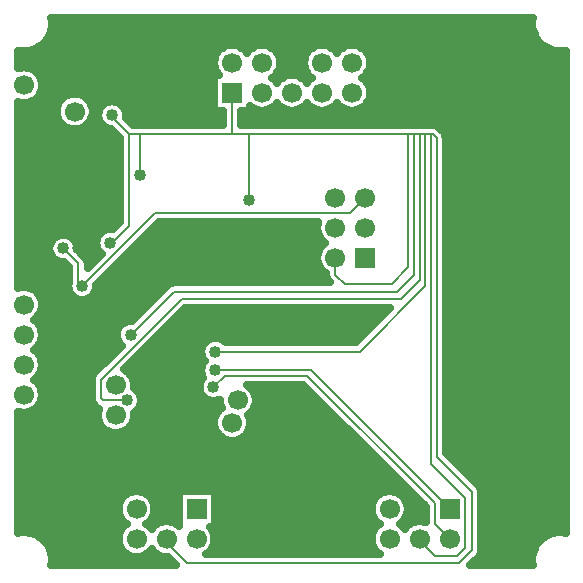
<source format=gbl>
G04 DipTrace 3.0.0.1*
G04 drive-encoder-steven-version2.GBL*
%MOIN*%
G04 #@! TF.FileFunction,Copper,L2,Bot*
G04 #@! TF.Part,Single*
G04 #@! TA.AperFunction,Conductor*
%ADD14C,0.008*%
G04 #@! TA.AperFunction,CopperBalancing*
%ADD15C,0.025*%
G04 #@! TA.AperFunction,ComponentPad*
%ADD19R,0.066929X0.066929*%
%ADD20C,0.066929*%
G04 #@! TA.AperFunction,ViaPad*
%ADD31C,0.04*%
%FSLAX26Y26*%
G04*
G70*
G90*
G75*
G01*
G04 Bottom*
%LPD*%
X669297Y1387873D2*
D14*
X656795D1*
Y1462881D1*
X606790Y1512886D1*
X1613089Y1681597D2*
X1563140Y1631648D1*
X913072D1*
X669297Y1387873D1*
X656795Y1512886D2*
X650545D1*
X644294Y2200458D2*
Y2219210D1*
X2106948Y687799D2*
X2081945D1*
X2075694Y681549D1*
X1376454Y719052D2*
X1350618D1*
X625542Y681549D2*
X638043D1*
X650545Y669047D1*
X819312Y819063D2*
X788059D1*
X1113093Y969079D2*
X1094341D1*
X1106843Y981580D1*
X1113093D1*
X1114064Y1306614D2*
X1094341D1*
X1088091Y1312865D1*
X1050587Y1307100D2*
Y1319115D1*
X1369370Y1212854D2*
Y1231606D1*
X1363119Y1237857D1*
X650545Y1881675D2*
X625542D1*
X1013083Y1956682D2*
X1006832D1*
X994331Y1944181D1*
X1894425Y544045D2*
X1894415D1*
X1844420Y594039D1*
Y662797D1*
X1419375Y1087841D1*
X1144346D1*
X1106843Y1050337D1*
X1894425Y644045D2*
X1431877Y1106593D1*
X1113093D1*
X950587Y544045D2*
Y531522D1*
X1019333Y462776D1*
X1925678D1*
X1969433Y506530D1*
Y700301D1*
X1850671Y819063D1*
Y1881675D1*
X1838169Y1894176D1*
X1831919D1*
X1813167D1*
X1794415D1*
X1775663D1*
X1756911D1*
X1225605D1*
X1169000D1*
Y2031503D1*
X1794425Y544045D2*
Y537773D1*
X1844420Y487778D1*
X1919428D1*
X1944430Y512781D1*
Y681549D1*
X1831919Y794060D1*
Y1894176D1*
X1513089Y1481597D2*
Y1425423D1*
X1544388Y1394123D1*
X1700655D1*
X1756911Y1450379D1*
Y1894176D1*
X769307Y1956682D2*
X763056D1*
X825563Y1894176D1*
X863067D1*
X1169000D1*
X863067Y1756661D2*
Y1894176D1*
X763056Y1531638D2*
Y1525387D1*
X825563Y1587894D1*
Y1894176D1*
X1113093Y1169100D2*
X1594394D1*
X1813167Y1387873D1*
Y1894176D1*
X819328Y1006598D2*
X738038D1*
X731803Y1012833D1*
Y1075340D1*
X1000581Y1344118D1*
X1731908D1*
X1794415Y1406625D1*
Y1894176D1*
X1225605Y1675403D2*
Y1894176D1*
X831814Y1225356D2*
X975579Y1369121D1*
X1719407D1*
X1775663Y1425377D1*
Y1894176D1*
D31*
X669297Y1387873D3*
X606790Y1512886D3*
X669297Y1387873D3*
X656795Y1512886D3*
X644294Y2200458D3*
X2106948Y687799D3*
X1376454Y719052D3*
X625542Y681549D3*
X819312Y819063D3*
X1113093Y969079D3*
X1114064Y1306614D3*
X1050587Y1307100D3*
X1369370Y1212854D3*
X650545Y1881675D3*
X1013083Y1956682D3*
X1106843Y1050337D3*
X1113093Y1106593D3*
X769307Y1956682D3*
X863067Y1756661D3*
X763056Y1531638D3*
X1113093Y1169100D3*
X819328Y1006598D3*
X1225605Y1675403D3*
X831814Y1225356D3*
X570157Y2256631D2*
D15*
X2167843D1*
X565030Y2231762D2*
X2172970D1*
X551651Y2206894D2*
X2186349D1*
X523185Y2182025D2*
X1134201D1*
X1203799D2*
X1234201D1*
X1303799D2*
X1434201D1*
X1503799D2*
X1534201D1*
X1603799D2*
X2214815D1*
X459025Y2157156D2*
X1112277D1*
X1325723D2*
X1412277D1*
X1625723D2*
X2278975D1*
X459025Y2132287D2*
X1106563D1*
X1331437D2*
X1406563D1*
X1631437D2*
X2278975D1*
X510001Y2107419D2*
X1111593D1*
X1326407D2*
X1411593D1*
X1626407D2*
X2278975D1*
X532121Y2082550D2*
X1106514D1*
X1306143D2*
X1335030D1*
X1402970D2*
X1431857D1*
X1606143D2*
X2278975D1*
X537979Y2057681D2*
X1106514D1*
X1625430D2*
X2278975D1*
X533047Y2032812D2*
X1106514D1*
X1631437D2*
X2278975D1*
X512930Y2007944D2*
X596017D1*
X692570D2*
X1106514D1*
X1626651D2*
X2278975D1*
X459025Y1983075D2*
X583467D1*
X705118D2*
X728537D1*
X810098D2*
X1106514D1*
X1306875D2*
X1331125D1*
X1406875D2*
X1431125D1*
X1506875D2*
X1531125D1*
X1606875D2*
X2278975D1*
X459025Y1958206D2*
X582833D1*
X705753D2*
X720333D1*
X818302D2*
X1136007D1*
X1201993D2*
X2278975D1*
X459025Y1933337D2*
X593722D1*
X694865D2*
X726583D1*
X832022D2*
X1136007D1*
X1201993D2*
X2278975D1*
X459025Y1908469D2*
X765646D1*
X1869522D2*
X2278975D1*
X459025Y1883600D2*
X790499D1*
X1883634D2*
X2278975D1*
X459025Y1858731D2*
X792550D1*
X1883682D2*
X2278975D1*
X459025Y1833862D2*
X792550D1*
X1883682D2*
X2278975D1*
X459025Y1808993D2*
X792550D1*
X1883682D2*
X2278975D1*
X459025Y1784125D2*
X792550D1*
X1883682D2*
X2278975D1*
X459025Y1759256D2*
X792550D1*
X1883682D2*
X2278975D1*
X459025Y1734387D2*
X792550D1*
X1883682D2*
X2278975D1*
X459025Y1709518D2*
X792550D1*
X1883682D2*
X2278975D1*
X459025Y1684650D2*
X792550D1*
X1883682D2*
X2278975D1*
X459025Y1659781D2*
X792550D1*
X1883682D2*
X2278975D1*
X459025Y1634912D2*
X792550D1*
X1883682D2*
X2278975D1*
X459025Y1610043D2*
X792550D1*
X1883682D2*
X2278975D1*
X459025Y1585175D2*
X777218D1*
X912247D2*
X1450753D1*
X1883682D2*
X2278975D1*
X459025Y1560306D2*
X723946D1*
X887345D2*
X1454513D1*
X1883682D2*
X2278975D1*
X459025Y1535437D2*
X563643D1*
X649942D2*
X714230D1*
X862491D2*
X1472335D1*
X1883682D2*
X2278975D1*
X459025Y1510568D2*
X557833D1*
X655753D2*
X719113D1*
X837638D2*
X1458077D1*
X1883682D2*
X2278975D1*
X459025Y1485699D2*
X566573D1*
X679630D2*
X721505D1*
X812735D2*
X1450753D1*
X1883682D2*
X2278975D1*
X459025Y1460831D2*
X613205D1*
X787882D2*
X1454318D1*
X1883682D2*
X2278975D1*
X459025Y1435962D2*
X623799D1*
X763029D2*
X1471701D1*
X1883682D2*
X2278975D1*
X459025Y1411093D2*
X623799D1*
X738175D2*
X1483663D1*
X1883682D2*
X2278975D1*
X459025Y1386224D2*
X620333D1*
X718253D2*
X947042D1*
X1883682D2*
X2278975D1*
X525626Y1361356D2*
X628585D1*
X710001D2*
X922189D1*
X1883682D2*
X2278975D1*
X536661Y1336487D2*
X897335D1*
X1883682D2*
X2278975D1*
X536125Y1311618D2*
X872433D1*
X1013711D2*
X1691281D1*
X1883682D2*
X2278975D1*
X523722Y1286749D2*
X847579D1*
X988858D2*
X1666427D1*
X1883682D2*
X2278975D1*
X525235Y1261881D2*
X800558D1*
X963957D2*
X1641525D1*
X1883682D2*
X2278975D1*
X536514Y1237012D2*
X784298D1*
X939102D2*
X1616671D1*
X1883682D2*
X2278975D1*
X536270Y1212143D2*
X784738D1*
X914249D2*
X1092990D1*
X1133194D2*
X1591818D1*
X1883682D2*
X2278975D1*
X524161Y1187274D2*
X798117D1*
X889395D2*
X1067794D1*
X1883682D2*
X2278975D1*
X524795Y1162406D2*
X773214D1*
X864493D2*
X1064571D1*
X1883682D2*
X2278975D1*
X536417Y1137537D2*
X748361D1*
X839639D2*
X1075899D1*
X1883682D2*
X2278975D1*
X536369Y1112668D2*
X723507D1*
X814786D2*
X1064474D1*
X1883682D2*
X2278975D1*
X524551Y1087799D2*
X701486D1*
X835490D2*
X1068038D1*
X1883682D2*
X2278975D1*
X524406Y1062930D2*
X698799D1*
X843937D2*
X1059591D1*
X1883682D2*
X2278975D1*
X536319Y1038062D2*
X698799D1*
X856046D2*
X1059493D1*
X1241642D2*
X1423507D1*
X1883682D2*
X2278975D1*
X536466Y1013193D2*
X698799D1*
X867862D2*
X1076387D1*
X1250186D2*
X1448409D1*
X1883682D2*
X2278975D1*
X524991Y988324D2*
X710665D1*
X864591D2*
X1128487D1*
X1247697D2*
X1473262D1*
X1883682D2*
X2278975D1*
X459025Y963455D2*
X719747D1*
X843887D2*
X1116085D1*
X1232266D2*
X1498117D1*
X1883682D2*
X2278975D1*
X459025Y938587D2*
X722091D1*
X841495D2*
X1107295D1*
X1231387D2*
X1523018D1*
X1883682D2*
X2278975D1*
X459025Y913718D2*
X737374D1*
X826261D2*
X1109591D1*
X1229093D2*
X1547873D1*
X1883682D2*
X2278975D1*
X459025Y888849D2*
X1124777D1*
X1213907D2*
X1572726D1*
X1883682D2*
X2278975D1*
X459025Y863980D2*
X1597579D1*
X1883682D2*
X2278975D1*
X459025Y839112D2*
X1622482D1*
X1883682D2*
X2278975D1*
X459025Y814243D2*
X1647335D1*
X1901114D2*
X2278975D1*
X459025Y789374D2*
X1672189D1*
X1926017D2*
X2278975D1*
X459025Y764505D2*
X1697091D1*
X1950870D2*
X2278975D1*
X459025Y739636D2*
X1721945D1*
X1975723D2*
X2278975D1*
X459025Y714768D2*
X1746798D1*
X1998770D2*
X2278975D1*
X459025Y689899D2*
X809445D1*
X891739D2*
X988106D1*
X1113029D2*
X1653291D1*
X1735587D2*
X1771701D1*
X2002433D2*
X2278975D1*
X459025Y665030D2*
X791915D1*
X909269D2*
X988106D1*
X1113029D2*
X1635762D1*
X1753117D2*
X1796554D1*
X2002433D2*
X2278975D1*
X459025Y640161D2*
X788253D1*
X912930D2*
X988106D1*
X1113029D2*
X1632101D1*
X1756778D2*
X1811398D1*
X2002433D2*
X2278975D1*
X459025Y615293D2*
X795479D1*
X905705D2*
X988106D1*
X1113029D2*
X1639327D1*
X1749551D2*
X1811398D1*
X2002433D2*
X2278975D1*
X459025Y590424D2*
X810079D1*
X891105D2*
X910079D1*
X1113029D2*
X1653927D1*
X1734953D2*
X1753953D1*
X2002433D2*
X2278975D1*
X498379Y565555D2*
X792110D1*
X1109073D2*
X1635958D1*
X2002433D2*
X2239621D1*
X543302Y540686D2*
X788205D1*
X1112979D2*
X1632051D1*
X2002433D2*
X2194698D1*
X561026Y515818D2*
X795186D1*
X1105997D2*
X1639034D1*
X2002433D2*
X2176974D1*
X569034Y490949D2*
X820235D1*
X880949D2*
X920235D1*
X1998135D2*
X2168966D1*
X569913Y466080D2*
X970382D1*
X1974601D2*
X2168087D1*
X567596Y2255483D2*
X565323Y2241126D1*
X560831Y2227302D1*
X554232Y2214350D1*
X545688Y2202592D1*
X535409Y2192314D1*
X523651Y2183769D1*
X510699Y2177171D1*
X496875Y2172678D1*
X482518Y2170406D1*
X467983D1*
X456496Y2172108D1*
X456500Y2113580D1*
X466146Y2115919D1*
X475526Y2116657D1*
X484907Y2115919D1*
X494056Y2113723D1*
X502749Y2110122D1*
X510773Y2105205D1*
X517928Y2099094D1*
X524038Y2091940D1*
X528955Y2083916D1*
X532556Y2075223D1*
X534752Y2066073D1*
X535491Y2056693D1*
X534752Y2047312D1*
X532556Y2038163D1*
X528955Y2029470D1*
X524038Y2021446D1*
X517928Y2014291D1*
X510773Y2008181D1*
X502749Y2003264D1*
X494056Y1999663D1*
X484907Y1997467D1*
X475526Y1996728D1*
X466146Y1997467D1*
X456496Y1999848D1*
X456707Y1382287D1*
X465857Y1384483D1*
X475238Y1385222D1*
X484618Y1384483D1*
X493768Y1382287D1*
X502461Y1378686D1*
X510484Y1373769D1*
X517639Y1367659D1*
X523749Y1360504D1*
X528667Y1352480D1*
X532268Y1343787D1*
X534463Y1334638D1*
X535202Y1325257D1*
X534463Y1315877D1*
X532268Y1306727D1*
X528667Y1298034D1*
X523749Y1290010D1*
X517639Y1282856D1*
X510484Y1276745D1*
X508297Y1275283D1*
X514181Y1270854D1*
X520835Y1264201D1*
X526366Y1256589D1*
X530638Y1248205D1*
X533545Y1239256D1*
X535017Y1229962D1*
Y1220552D1*
X533545Y1211259D1*
X530638Y1202310D1*
X526366Y1193925D1*
X520835Y1186314D1*
X514181Y1179660D1*
X508297Y1175283D1*
X514181Y1170854D1*
X520835Y1164201D1*
X526366Y1156589D1*
X530638Y1148205D1*
X533545Y1139256D1*
X535017Y1129962D1*
Y1120552D1*
X533545Y1111259D1*
X530638Y1102310D1*
X526366Y1093925D1*
X520835Y1086314D1*
X514181Y1079660D1*
X508297Y1075283D1*
X514181Y1070854D1*
X520835Y1064201D1*
X526366Y1056589D1*
X530638Y1048205D1*
X533545Y1039256D1*
X535017Y1029962D1*
Y1020552D1*
X533545Y1011259D1*
X530638Y1002310D1*
X526366Y993925D1*
X520835Y986314D1*
X514181Y979660D1*
X506570Y974129D1*
X498185Y969857D1*
X489236Y966950D1*
X479942Y965478D1*
X470533D1*
X461239Y966950D1*
X456483Y968310D1*
X456500Y565924D1*
X467983Y567596D1*
X482518D1*
X496875Y565323D1*
X510699Y560831D1*
X523651Y554232D1*
X535409Y545688D1*
X545688Y535409D1*
X554232Y523651D1*
X560831Y510699D1*
X565323Y496875D1*
X567596Y482518D1*
Y467983D1*
X565894Y456496D1*
X982428Y456500D1*
X954781Y484194D1*
X945882Y484265D1*
X936588Y485738D1*
X927639Y488644D1*
X919255Y492916D1*
X911643Y498448D1*
X904990Y505101D1*
X900613Y510986D1*
X896184Y505101D1*
X889530Y498448D1*
X881919Y492916D1*
X873534Y488644D1*
X864585Y485738D1*
X855291Y484265D1*
X845882D1*
X836588Y485738D1*
X827639Y488644D1*
X819255Y492916D1*
X811643Y498448D1*
X804990Y505101D1*
X799458Y512713D1*
X795186Y521097D1*
X792280Y530046D1*
X790807Y539340D1*
Y548749D1*
X792280Y558043D1*
X795186Y566992D1*
X799458Y575377D1*
X804990Y582988D1*
X811643Y589642D1*
X817528Y594018D1*
X811643Y598448D1*
X804990Y605101D1*
X799458Y612713D1*
X795186Y621097D1*
X792280Y630046D1*
X790807Y639340D1*
Y648749D1*
X792280Y658043D1*
X795186Y666992D1*
X799458Y675377D1*
X804990Y682988D1*
X811643Y689642D1*
X819255Y695173D1*
X827639Y699445D1*
X836588Y702352D1*
X845882Y703824D1*
X855291D1*
X864585Y702352D1*
X873534Y699445D1*
X881919Y695173D1*
X889530Y689642D1*
X896184Y682988D1*
X901715Y675377D1*
X905987Y666992D1*
X908894Y658043D1*
X910366Y648749D1*
Y639340D1*
X908894Y630046D1*
X905987Y621097D1*
X901715Y612713D1*
X896184Y605101D1*
X889530Y598448D1*
X883646Y594071D1*
X889530Y589642D1*
X896184Y582988D1*
X900560Y577104D1*
X904990Y582988D1*
X911643Y589642D1*
X919255Y595173D1*
X927639Y599445D1*
X936588Y602352D1*
X945882Y603824D1*
X955291D1*
X964585Y602352D1*
X973534Y599445D1*
X981919Y595173D1*
X989530Y589642D1*
X990625Y588631D1*
X990622Y704009D1*
X1110551D1*
Y584080D1*
X1095268D1*
X1101715Y575377D1*
X1105987Y566992D1*
X1108894Y558043D1*
X1110366Y548749D1*
Y539340D1*
X1108894Y530046D1*
X1105987Y521097D1*
X1101715Y512713D1*
X1096184Y505101D1*
X1089530Y498448D1*
X1082453Y493274D1*
X1662546Y493276D1*
X1655482Y498448D1*
X1648828Y505101D1*
X1643297Y512713D1*
X1639025Y521097D1*
X1636118Y530046D1*
X1634646Y539340D1*
Y548749D1*
X1636118Y558043D1*
X1639025Y566992D1*
X1643297Y575377D1*
X1648828Y582988D1*
X1655482Y589642D1*
X1661366Y594018D1*
X1655482Y598448D1*
X1648828Y605101D1*
X1643297Y612713D1*
X1639025Y621097D1*
X1636118Y630046D1*
X1634646Y639340D1*
Y648749D1*
X1636118Y658043D1*
X1639025Y666992D1*
X1643297Y675377D1*
X1648828Y682988D1*
X1655482Y689642D1*
X1663093Y695173D1*
X1671478Y699445D1*
X1680427Y702352D1*
X1689720Y703824D1*
X1699130D1*
X1708424Y702352D1*
X1717373Y699445D1*
X1725757Y695173D1*
X1733369Y689642D1*
X1740022Y682988D1*
X1745554Y675377D1*
X1749825Y666992D1*
X1752732Y658043D1*
X1754205Y648749D1*
Y639340D1*
X1752732Y630046D1*
X1749825Y621097D1*
X1745554Y612713D1*
X1740022Y605101D1*
X1733369Y598448D1*
X1727484Y594071D1*
X1733369Y589642D1*
X1740022Y582988D1*
X1744399Y577104D1*
X1748828Y582988D1*
X1755482Y589642D1*
X1763093Y595173D1*
X1771478Y599445D1*
X1780427Y602352D1*
X1789720Y603824D1*
X1799130D1*
X1808424Y602352D1*
X1813904Y600724D1*
X1813920Y650143D1*
X1406772Y1057311D1*
X1220010Y1057341D1*
X1227045Y1052180D1*
X1233698Y1045526D1*
X1239230Y1037915D1*
X1243501Y1029530D1*
X1246408Y1020581D1*
X1247881Y1011287D1*
Y1001878D1*
X1246408Y992584D1*
X1243501Y983635D1*
X1239230Y975251D1*
X1233698Y967639D1*
X1227045Y960986D1*
X1223178Y957958D1*
X1226379Y950105D1*
X1228575Y940955D1*
X1229314Y931575D1*
X1228575Y922194D1*
X1226379Y913045D1*
X1222778Y904352D1*
X1217861Y896328D1*
X1211751Y889173D1*
X1204596Y883063D1*
X1196572Y878146D1*
X1187879Y874545D1*
X1178730Y872349D1*
X1169349Y871610D1*
X1159969Y872349D1*
X1150819Y874545D1*
X1142126Y878146D1*
X1134102Y883063D1*
X1126948Y889173D1*
X1120837Y896328D1*
X1115920Y904352D1*
X1112319Y913045D1*
X1110123Y922194D1*
X1109385Y931575D1*
X1110123Y940955D1*
X1112319Y950105D1*
X1115920Y958798D1*
X1120837Y966822D1*
X1126948Y973976D1*
X1134272Y980199D1*
X1131071Y988052D1*
X1128875Y997202D1*
X1128136Y1006583D1*
X1127953Y1008906D1*
X1121211Y1006113D1*
X1114117Y1004409D1*
X1106843Y1003837D1*
X1099568Y1004409D1*
X1092474Y1006113D1*
X1085732Y1008906D1*
X1079510Y1012718D1*
X1073962Y1017457D1*
X1069223Y1023005D1*
X1065411Y1029227D1*
X1062618Y1035969D1*
X1060915Y1043063D1*
X1060343Y1050337D1*
X1060915Y1057612D1*
X1062618Y1064706D1*
X1065411Y1071448D1*
X1069223Y1077669D1*
X1073314Y1082516D1*
X1070133Y1088798D1*
X1067878Y1095738D1*
X1066736Y1102945D1*
Y1110241D1*
X1067878Y1117449D1*
X1070133Y1124388D1*
X1073445Y1130890D1*
X1078693Y1137829D1*
X1073445Y1144803D1*
X1070133Y1151304D1*
X1067878Y1158244D1*
X1066736Y1165451D1*
Y1172748D1*
X1067878Y1179955D1*
X1070133Y1186895D1*
X1073445Y1193396D1*
X1077735Y1199299D1*
X1082894Y1204458D1*
X1088797Y1208748D1*
X1095298Y1212060D1*
X1102238Y1214315D1*
X1109445Y1215457D1*
X1116741D1*
X1123949Y1214315D1*
X1130888Y1212060D1*
X1137390Y1208748D1*
X1143293Y1204458D1*
X1148172Y1199602D1*
X1581794Y1199600D1*
X1695777Y1313615D1*
X1013207Y1313618D1*
X809429Y1109832D1*
X817055Y1105100D1*
X824210Y1098990D1*
X830320Y1091835D1*
X835238Y1083811D1*
X838839Y1075118D1*
X841034Y1065969D1*
X841773Y1056588D1*
X841093Y1047701D1*
X846660Y1044218D1*
X852209Y1039479D1*
X856948Y1033930D1*
X860760Y1027709D1*
X863552Y1020967D1*
X865256Y1013873D1*
X865828Y1006598D1*
X865256Y999324D1*
X863552Y992230D1*
X860760Y985488D1*
X856948Y979266D1*
X852209Y973718D1*
X846660Y968979D1*
X841098Y965535D1*
X841773Y956577D1*
X841034Y947197D1*
X838839Y938047D1*
X835238Y929354D1*
X830320Y921331D1*
X824210Y914176D1*
X817055Y908066D1*
X809031Y903148D1*
X800339Y899547D1*
X791189Y897352D1*
X781808Y896613D1*
X772428Y897352D1*
X763278Y899547D1*
X754585Y903148D1*
X746562Y908066D1*
X739407Y914176D1*
X733297Y921331D1*
X728379Y929354D1*
X724778Y938047D1*
X722583Y947197D1*
X721844Y956577D1*
X722583Y965958D1*
X724778Y975108D1*
X726046Y978541D1*
X720110Y981924D1*
X712315Y989188D1*
X707129Y994906D1*
X703625Y1001161D1*
X701678Y1008062D1*
X701303Y1012833D1*
X701398Y1077732D1*
X702795Y1084765D1*
X705798Y1091276D1*
X710236Y1096907D1*
X802526Y1189197D1*
X796455Y1195156D1*
X792165Y1201059D1*
X788853Y1207560D1*
X786598Y1214500D1*
X785457Y1221707D1*
Y1229004D1*
X786598Y1236211D1*
X788853Y1243151D1*
X792165Y1249652D1*
X796455Y1255555D1*
X801614Y1260714D1*
X807517Y1265004D1*
X814018Y1268316D1*
X820958Y1270571D1*
X828165Y1271713D1*
X835049Y1271728D1*
X955770Y1392314D1*
X961732Y1396297D1*
X968458Y1398778D1*
X975579Y1399621D1*
X1495745D1*
X1488415Y1407495D1*
X1484911Y1413751D1*
X1482965Y1420651D1*
X1482589Y1429963D1*
X1474146Y1436000D1*
X1467492Y1442654D1*
X1461961Y1450265D1*
X1457689Y1458650D1*
X1454782Y1467598D1*
X1453310Y1476892D1*
Y1486302D1*
X1454782Y1495596D1*
X1457689Y1504545D1*
X1461961Y1512929D1*
X1467492Y1520541D1*
X1474146Y1527194D1*
X1480030Y1531571D1*
X1474146Y1536000D1*
X1467492Y1542654D1*
X1461961Y1550265D1*
X1457689Y1558650D1*
X1454782Y1567598D1*
X1453310Y1576892D1*
Y1586302D1*
X1454782Y1595596D1*
X1456436Y1601146D1*
X925689Y1601148D1*
X715705Y1391148D1*
X715654Y1384224D1*
X714512Y1377017D1*
X712257Y1370077D1*
X708945Y1363576D1*
X704655Y1357673D1*
X699496Y1352514D1*
X693593Y1348224D1*
X687092Y1344912D1*
X680152Y1342657D1*
X672945Y1341516D1*
X665648D1*
X658441Y1342657D1*
X651501Y1344912D1*
X645000Y1348224D1*
X639097Y1352514D1*
X633938Y1357673D1*
X629648Y1363576D1*
X626336Y1370077D1*
X624081Y1377017D1*
X622940Y1384224D1*
Y1391521D1*
X624081Y1398728D1*
X626291Y1405547D1*
X626295Y1450226D1*
X610059Y1466484D1*
X603142Y1466529D1*
X595934Y1467671D1*
X588995Y1469925D1*
X582493Y1473238D1*
X576591Y1477528D1*
X571432Y1482686D1*
X567142Y1488589D1*
X563829Y1495091D1*
X561575Y1502030D1*
X560433Y1509238D1*
Y1516534D1*
X561575Y1523741D1*
X563829Y1530681D1*
X567142Y1537182D1*
X571432Y1543085D1*
X576591Y1548244D1*
X582493Y1552534D1*
X588995Y1555846D1*
X595934Y1558101D1*
X603142Y1559243D1*
X610438D1*
X617646Y1558101D1*
X624585Y1555846D1*
X631087Y1552534D1*
X636990Y1548244D1*
X642148Y1543085D1*
X646438Y1537182D1*
X649751Y1530681D1*
X652005Y1523741D1*
X653147Y1516534D1*
X653163Y1509651D1*
X679988Y1482689D1*
X683971Y1476727D1*
X686453Y1470001D1*
X687295Y1462881D1*
Y1448965D1*
X733804Y1495514D1*
X727698Y1501438D1*
X723408Y1507341D1*
X720096Y1513843D1*
X717841Y1520782D1*
X716699Y1527990D1*
Y1535286D1*
X717841Y1542493D1*
X720096Y1549433D1*
X723408Y1555934D1*
X727698Y1561837D1*
X732857Y1566996D1*
X738760Y1571286D1*
X745261Y1574598D1*
X752201Y1576853D1*
X759408Y1577995D1*
X766705D1*
X771799Y1577273D1*
X795041Y1600505D1*
X795063Y1881497D1*
X766328Y1910278D1*
X758451Y1911467D1*
X751512Y1913722D1*
X745010Y1917034D1*
X739108Y1921324D1*
X733949Y1926483D1*
X729659Y1932386D1*
X726346Y1938887D1*
X724092Y1945827D1*
X722950Y1953034D1*
Y1960331D1*
X724092Y1967538D1*
X726346Y1974478D1*
X729659Y1980979D1*
X733949Y1986882D1*
X739108Y1992041D1*
X745010Y1996331D1*
X751512Y1999643D1*
X758451Y2001898D1*
X765659Y2003039D1*
X772955D1*
X780163Y2001898D1*
X787102Y1999643D1*
X793604Y1996331D1*
X799507Y1992041D1*
X804665Y1986882D1*
X808955Y1980979D1*
X812268Y1974478D1*
X814522Y1967538D1*
X815664Y1960331D1*
Y1953034D1*
X814942Y1947940D1*
X838175Y1924698D1*
X1138507Y1924676D1*
X1138500Y1971568D1*
X1109035Y1971538D1*
Y2091467D1*
X1124319D1*
X1117871Y2100171D1*
X1113600Y2108555D1*
X1110693Y2117504D1*
X1109220Y2126798D1*
Y2136207D1*
X1110693Y2145501D1*
X1113600Y2154450D1*
X1117871Y2162835D1*
X1123403Y2170446D1*
X1130056Y2177100D1*
X1137668Y2182631D1*
X1146052Y2186903D1*
X1155001Y2189810D1*
X1164295Y2191282D1*
X1173705D1*
X1182999Y2189810D1*
X1191948Y2186903D1*
X1200332Y2182631D1*
X1207944Y2177100D1*
X1214597Y2170446D1*
X1218974Y2164562D1*
X1223403Y2170446D1*
X1230056Y2177100D1*
X1237668Y2182631D1*
X1246052Y2186903D1*
X1255001Y2189810D1*
X1264295Y2191282D1*
X1273705D1*
X1282999Y2189810D1*
X1291948Y2186903D1*
X1300332Y2182631D1*
X1307944Y2177100D1*
X1314597Y2170446D1*
X1320129Y2162835D1*
X1324400Y2154450D1*
X1327307Y2145501D1*
X1328780Y2136207D1*
Y2126798D1*
X1327307Y2117504D1*
X1324400Y2108555D1*
X1320129Y2100171D1*
X1314597Y2092559D1*
X1307944Y2085906D1*
X1302059Y2081529D1*
X1307944Y2077100D1*
X1314597Y2070446D1*
X1318974Y2064562D1*
X1323403Y2070446D1*
X1330056Y2077100D1*
X1337668Y2082631D1*
X1346052Y2086903D1*
X1355001Y2089810D1*
X1364295Y2091282D1*
X1373705D1*
X1382999Y2089810D1*
X1391948Y2086903D1*
X1400332Y2082631D1*
X1407944Y2077100D1*
X1414597Y2070446D1*
X1418974Y2064562D1*
X1423403Y2070446D1*
X1430056Y2077100D1*
X1435941Y2081476D1*
X1430056Y2085906D1*
X1423403Y2092559D1*
X1417871Y2100171D1*
X1413600Y2108555D1*
X1410693Y2117504D1*
X1409220Y2126798D1*
Y2136207D1*
X1410693Y2145501D1*
X1413600Y2154450D1*
X1417871Y2162835D1*
X1423403Y2170446D1*
X1430056Y2177100D1*
X1437668Y2182631D1*
X1446052Y2186903D1*
X1455001Y2189810D1*
X1464295Y2191282D1*
X1473705D1*
X1482999Y2189810D1*
X1491948Y2186903D1*
X1500332Y2182631D1*
X1507944Y2177100D1*
X1514597Y2170446D1*
X1518974Y2164562D1*
X1523403Y2170446D1*
X1530056Y2177100D1*
X1537668Y2182631D1*
X1546052Y2186903D1*
X1555001Y2189810D1*
X1564295Y2191282D1*
X1573705D1*
X1582999Y2189810D1*
X1591948Y2186903D1*
X1600332Y2182631D1*
X1607944Y2177100D1*
X1614597Y2170446D1*
X1620129Y2162835D1*
X1624400Y2154450D1*
X1627307Y2145501D1*
X1628780Y2136207D1*
Y2126798D1*
X1627307Y2117504D1*
X1624400Y2108555D1*
X1620129Y2100171D1*
X1614597Y2092559D1*
X1607944Y2085906D1*
X1602059Y2081529D1*
X1607944Y2077100D1*
X1614597Y2070446D1*
X1620129Y2062835D1*
X1624400Y2054450D1*
X1627307Y2045501D1*
X1628780Y2036207D1*
Y2026798D1*
X1627307Y2017504D1*
X1624400Y2008555D1*
X1620129Y2000171D1*
X1614597Y1992559D1*
X1607944Y1985906D1*
X1600332Y1980374D1*
X1591948Y1976102D1*
X1582999Y1973196D1*
X1573705Y1971723D1*
X1564295D1*
X1555001Y1973196D1*
X1546052Y1976102D1*
X1537668Y1980374D1*
X1530056Y1985906D1*
X1523403Y1992559D1*
X1519026Y1998444D1*
X1514597Y1992559D1*
X1507944Y1985906D1*
X1500332Y1980374D1*
X1491948Y1976102D1*
X1482999Y1973196D1*
X1473705Y1971723D1*
X1464295D1*
X1455001Y1973196D1*
X1446052Y1976102D1*
X1437668Y1980374D1*
X1430056Y1985906D1*
X1423403Y1992559D1*
X1419026Y1998444D1*
X1414597Y1992559D1*
X1407944Y1985906D1*
X1400332Y1980374D1*
X1391948Y1976102D1*
X1382999Y1973196D1*
X1373705Y1971723D1*
X1364295D1*
X1355001Y1973196D1*
X1346052Y1976102D1*
X1337668Y1980374D1*
X1330056Y1985906D1*
X1323403Y1992559D1*
X1319026Y1998444D1*
X1314597Y1992559D1*
X1307944Y1985906D1*
X1300332Y1980374D1*
X1291948Y1976102D1*
X1282999Y1973196D1*
X1273705Y1971723D1*
X1264295D1*
X1255001Y1973196D1*
X1246052Y1976102D1*
X1237668Y1980374D1*
X1230056Y1985906D1*
X1228962Y1986916D1*
X1228965Y1971538D1*
X1199521D1*
X1199500Y1924715D1*
X1840562Y1924581D1*
X1847594Y1923184D1*
X1854105Y1920181D1*
X1859736Y1915743D1*
X1873864Y1901483D1*
X1877846Y1895521D1*
X1880328Y1888795D1*
X1881171Y1881675D1*
Y831723D1*
X1992626Y720109D1*
X1996609Y714147D1*
X1999091Y707421D1*
X1999933Y700301D1*
X1999839Y504138D1*
X1998441Y497105D1*
X1995438Y490594D1*
X1991000Y484963D1*
X1962516Y456479D1*
X2172076Y456500D1*
X2170406Y467983D1*
Y482518D1*
X2172678Y496875D1*
X2177171Y510699D1*
X2183769Y523651D1*
X2192314Y535409D1*
X2202592Y545688D1*
X2214350Y554232D1*
X2227302Y560831D1*
X2241126Y565323D1*
X2255483Y567596D1*
X2270018D1*
X2281505Y565894D1*
X2281500Y2172076D1*
X2270018Y2170404D1*
X2255483D1*
X2241126Y2172677D1*
X2227302Y2177169D1*
X2214350Y2183768D1*
X2202592Y2192312D1*
X2192314Y2202591D1*
X2183769Y2214349D1*
X2177171Y2227301D1*
X2172678Y2241125D1*
X2170406Y2255482D1*
Y2270017D1*
X2172108Y2281504D1*
X565924Y2281500D1*
X567596Y2270018D1*
Y2255483D1*
X704073Y1964479D2*
X702601Y1955185D1*
X699694Y1946236D1*
X695423Y1937852D1*
X689891Y1930240D1*
X683238Y1923587D1*
X675626Y1918055D1*
X667241Y1913783D1*
X658293Y1910877D1*
X648999Y1909404D1*
X639589D1*
X630295Y1910877D1*
X621346Y1913783D1*
X612962Y1918055D1*
X605350Y1923587D1*
X598697Y1930240D1*
X593165Y1937852D1*
X588894Y1946236D1*
X585987Y1955185D1*
X584514Y1964479D1*
Y1973888D1*
X585987Y1983182D1*
X588894Y1992131D1*
X593165Y2000516D1*
X598697Y2008127D1*
X605350Y2014781D1*
X612962Y2020312D1*
X621346Y2024584D1*
X630295Y2027491D1*
X639589Y2028963D1*
X648999D1*
X658293Y2027491D1*
X667241Y2024584D1*
X675626Y2020312D1*
X683238Y2014781D1*
X689891Y2008127D1*
X695423Y2000516D1*
X699694Y1992131D1*
X702601Y1983182D1*
X704073Y1973888D1*
Y1964479D1*
X715654Y1384224D2*
X714512Y1377017D1*
X712257Y1370077D1*
X708945Y1363576D1*
X704655Y1357673D1*
X699496Y1352514D1*
X693593Y1348224D1*
X687092Y1344912D1*
X680152Y1342657D1*
X672945Y1341516D1*
X665648D1*
X658441Y1342657D1*
X651501Y1344912D1*
X645000Y1348224D1*
X639097Y1352514D1*
X633938Y1357673D1*
X629648Y1363576D1*
X626336Y1370077D1*
X624081Y1377017D1*
X622940Y1384224D1*
Y1391521D1*
X624081Y1398728D1*
X626291Y1405547D1*
D19*
X475238Y825257D3*
D20*
Y925257D3*
Y1025257D3*
Y1125257D3*
Y1225257D3*
Y1325257D3*
D19*
X1050587Y644045D3*
D20*
Y544045D3*
X950587Y644045D3*
Y544045D3*
X850587Y644045D3*
Y544045D3*
D19*
X1894425Y644045D3*
D20*
Y544045D3*
X1794425Y644045D3*
Y544045D3*
X1694425Y644045D3*
Y544045D3*
D19*
X1613089Y1481597D3*
D20*
X1513089D3*
X1613089Y1581597D3*
X1513089D3*
X1613089Y1681597D3*
X1513089D3*
D19*
X1169000Y2031503D3*
D20*
Y2131503D3*
X1269000Y2031503D3*
Y2131503D3*
X1369000Y2031503D3*
Y2131503D3*
X1469000Y2031503D3*
Y2131503D3*
X1569000Y2031503D3*
Y2131503D3*
X781808Y1056588D3*
Y956577D3*
X1169349Y931575D3*
X1188101Y1006583D3*
X475526Y2056693D3*
X644294Y1969184D3*
M02*

</source>
